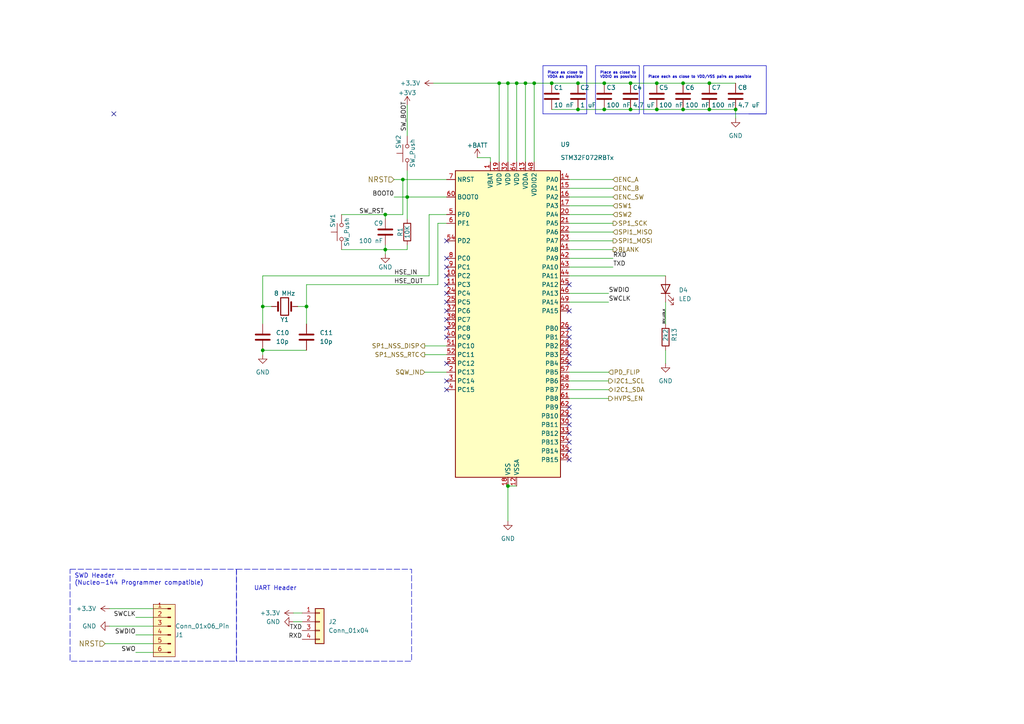
<source format=kicad_sch>
(kicad_sch (version 20230121) (generator eeschema)
  (paper "A4")
  (lib_symbols
    (symbol "Connector:Conn_01x06_Pin" (pin_names (offset 1.016) hide)
      (property "Reference" "J4" (at -1.27 -2.54 0))
      (property "Value" "Conn_01x06_Pin" (at -1.27 0 0))
      (symbol "Conn_01x06_Pin_1_1"
        (rectangle (start -1.27 6.35) (end 5.08 -8.89) (fill (type background)))
        (polyline (pts (xy 1.27 -7.62) (xy 0.8636 -7.62)) (stroke (width 0.1524)))
        (polyline (pts (xy 1.27 -5.08) (xy 0.8636 -5.08)) (stroke (width 0.1524)))
        (polyline (pts (xy 1.27 -2.54) (xy 0.8636 -2.54)) (stroke (width 0.1524)))
        (polyline (pts (xy 1.27 0) (xy 0.8636 0)) (stroke (width 0.1524)))
        (polyline (pts (xy 1.27 2.54) (xy 0.8636 2.54)) (stroke (width 0.1524)))
        (polyline (pts (xy 1.27 5.08) (xy 0.8636 5.08)) (stroke (width 0.1524)))
        (rectangle (start 0.8636 -7.493) (end 0 -7.747) (stroke (width 0.1524)) (fill (type outline)))
        (rectangle (start 0.8636 -4.953) (end 0 -5.207) (stroke (width 0.1524)) (fill (type outline)))
        (rectangle (start 0.8636 -2.413) (end 0 -2.667) (stroke (width 0.1524)) (fill (type outline)))
        (rectangle (start 0.8636 0.127) (end 0 -0.127) (stroke (width 0.1524)) (fill (type outline)))
        (rectangle (start 0.8636 2.667) (end 0 2.413) (stroke (width 0.1524)) (fill (type outline)))
        (rectangle (start 0.8636 5.207) (end 0 4.953) (stroke (width 0.1524)) (fill (type outline)))
        (rectangle (start 5.08 -1.27) (end 5.08 -1.27))
        (pin passive line (at 5.08 5.08 180) (length 3.81) (name "Pin_1") (number "1"))
        (pin passive line (at 5.08 2.54 180) (length 3.81) (name "Pin_2") (number "2"))
        (pin passive line (at 5.08 0 180) (length 3.81) (name "Pin_3") (number "3"))
        (pin passive line (at 5.08 -2.54 180) (length 3.81) (name "Pin_4") (number "4"))
        (pin passive line (at 5.08 -5.08 180) (length 3.81) (name "Pin_5") (number "5"))
        (pin passive line (at 5.08 -7.62 180) (length 3.81) (name "Pin_6") (number "6"))
      )
    )
    (symbol "Connector_Generic:Conn_01x04" (pin_names (offset 1.016) hide)
      (property "Reference" "J" (at 0 5.08 0))
      (property "Value" "Conn_01x04" (at 0 -7.62 0))
      (symbol "Conn_01x04_1_1"
        (rectangle (start -1.27 -4.953) (end 0 -5.207) (stroke (width 0.1524)))
        (rectangle (start -1.27 -2.413) (end 0 -2.667) (stroke (width 0.1524)))
        (rectangle (start -1.27 0.127) (end 0 -0.127) (stroke (width 0.1524)))
        (rectangle (start -1.27 2.667) (end 0 2.413) (stroke (width 0.1524)))
        (rectangle (start -1.27 3.81) (end 1.27 -6.35) (stroke (width 0.254)) (fill (type background)))
        (pin passive line (at -5.08 2.54 0) (length 3.81) (name "Pin_1") (number "1"))
        (pin passive line (at -5.08 0 0) (length 3.81) (name "Pin_2") (number "2"))
        (pin passive line (at -5.08 -2.54 0) (length 3.81) (name "Pin_3") (number "3"))
        (pin passive line (at -5.08 -5.08 0) (length 3.81) (name "Pin_4") (number "4"))
      )
    )
    (symbol "Device:C" (pin_numbers hide) (pin_names (offset 0.254))
      (property "Reference" "C" (at 0.635 2.54 0))
      (property "Value" "C" (at 0.635 -2.54 0))
      (symbol "C_0_1"
        (polyline (pts (xy -2.032 -0.762) (xy 2.032 -0.762)) (stroke (width 0.508)))
        (polyline (pts (xy -2.032 0.762) (xy 2.032 0.762)) (stroke (width 0.508)))
      )
      (symbol "C_1_1"
        (pin passive line (at 0 3.81 270) (length 2.794) (name "~") (number "1"))
        (pin passive line (at 0 -3.81 90) (length 2.794) (name "~") (number "2"))
      )
    )
    (symbol "Device:Crystal" (pin_numbers hide) (pin_names (offset 1.016) hide)
      (property "Reference" "Y" (at 0 3.81 0))
      (property "Value" "Crystal" (at 0 -3.81 0))
      (symbol "Crystal_0_1"
        (rectangle (start -1.143 2.54) (end 1.143 -2.54) (stroke (width 0.3048)))
        (polyline (pts (xy -2.54 0) (xy -1.905 0)))
        (polyline (pts (xy -1.905 -1.27) (xy -1.905 1.27)) (stroke (width 0.508)))
        (polyline (pts (xy 1.905 -1.27) (xy 1.905 1.27)) (stroke (width 0.508)))
        (polyline (pts (xy 2.54 0) (xy 1.905 0)))
      )
      (symbol "Crystal_1_1"
        (pin passive line (at -3.81 0 0) (length 1.27) (name "1") (number "1"))
        (pin passive line (at 3.81 0 180) (length 1.27) (name "2") (number "2"))
      )
    )
    (symbol "Device:LED" (pin_numbers hide) (pin_names (offset 1.016) hide)
      (property "Reference" "D" (at 0 2.54 0))
      (property "Value" "LED" (at 0 -2.54 0))
      (symbol "LED_0_1"
        (polyline (pts (xy -1.27 -1.27) (xy -1.27 1.27)) (stroke (width 0.254)))
        (polyline (pts (xy -1.27 0) (xy 1.27 0)))
        (polyline (pts (xy 1.27 -1.27) (xy 1.27 1.27) (xy -1.27 0) (xy 1.27 -1.27)) (stroke (width 0.254)))
        (polyline (pts (xy -3.048 -0.762) (xy -4.572 -2.286) (xy -3.81 -2.286) (xy -4.572 -2.286) (xy -4.572 -1.524)))
        (polyline (pts (xy -1.778 -0.762) (xy -3.302 -2.286) (xy -2.54 -2.286) (xy -3.302 -2.286) (xy -3.302 -1.524)))
      )
      (symbol "LED_1_1"
        (pin passive line (at -3.81 0 0) (length 2.54) (name "K") (number "1"))
        (pin passive line (at 3.81 0 180) (length 2.54) (name "A") (number "2"))
      )
    )
    (symbol "Device:R" (pin_numbers hide) (pin_names (offset 0))
      (property "Reference" "R" (at 2.032 0 90))
      (property "Value" "R" (at 0 0 90))
      (symbol "R_0_1"
        (rectangle (start -1.016 -2.54) (end 1.016 2.54) (stroke (width 0.254)))
      )
      (symbol "R_1_1"
        (pin passive line (at 0 3.81 270) (length 1.27) (name "~") (number "1"))
        (pin passive line (at 0 -3.81 90) (length 1.27) (name "~") (number "2"))
      )
    )
    (symbol "MCU_ST_STM32F0:STM32F072RBTx"
      (property "Reference" "U" (at -15.24 46.99 0))
      (property "Value" "STM32F072RBTx" (at 10.16 46.99 0))
      (symbol "STM32F072RBTx_0_1"
        (rectangle (start -15.24 -43.18) (end 15.24 45.72) (stroke (width 0.254)) (fill (type background)))
      )
      (symbol "STM32F072RBTx_1_1"
        (pin power_in line (at -5.08 48.26 270) (length 2.54) (name "VBAT") (number "1"))
        (pin bidirectional line (at -17.78 15.24 0) (length 2.54) (name "PC2") (number "10"))
        (pin bidirectional line (at -17.78 12.7 0) (length 2.54) (name "PC3") (number "11"))
        (pin power_in line (at 2.54 -45.72 90) (length 2.54) (name "VSSA") (number "12"))
        (pin power_in line (at 5.08 48.26 270) (length 2.54) (name "VDDA") (number "13"))
        (pin bidirectional line (at 17.78 43.18 180) (length 2.54) (name "PA0") (number "14"))
        (pin bidirectional line (at 17.78 40.64 180) (length 2.54) (name "PA1") (number "15"))
        (pin bidirectional line (at 17.78 38.1 180) (length 2.54) (name "PA2") (number "16"))
        (pin bidirectional line (at 17.78 35.56 180) (length 2.54) (name "PA3") (number "17"))
        (pin power_in line (at 0 -45.72 90) (length 2.54) (name "VSS") (number "18"))
        (pin power_in line (at -2.54 48.26 270) (length 2.54) (name "VDD") (number "19"))
        (pin bidirectional line (at -17.78 -12.7 0) (length 2.54) (name "PC13") (number "2"))
        (pin bidirectional line (at 17.78 33.02 180) (length 2.54) (name "PA4") (number "20"))
        (pin bidirectional line (at 17.78 30.48 180) (length 2.54) (name "PA5") (number "21"))
        (pin bidirectional line (at 17.78 27.94 180) (length 2.54) (name "PA6") (number "22"))
        (pin bidirectional line (at 17.78 25.4 180) (length 2.54) (name "PA7") (number "23"))
        (pin bidirectional line (at -17.78 10.16 0) (length 2.54) (name "PC4") (number "24"))
        (pin bidirectional line (at -17.78 7.62 0) (length 2.54) (name "PC5") (number "25"))
        (pin bidirectional line (at 17.78 0 180) (length 2.54) (name "PB0") (number "26"))
        (pin bidirectional line (at 17.78 -2.54 180) (length 2.54) (name "PB1") (number "27"))
        (pin bidirectional line (at 17.78 -5.08 180) (length 2.54) (name "PB2") (number "28"))
        (pin bidirectional line (at 17.78 -25.4 180) (length 2.54) (name "PB10") (number "29"))
        (pin bidirectional line (at -17.78 -15.24 0) (length 2.54) (name "PC14") (number "3"))
        (pin bidirectional line (at 17.78 -27.94 180) (length 2.54) (name "PB11") (number "30"))
        (pin passive line (at 0 -45.72 90) (length 2.54) hide (name "VSS") (number "31"))
        (pin power_in line (at 0 48.26 270) (length 2.54) (name "VDD") (number "32"))
        (pin bidirectional line (at 17.78 -30.48 180) (length 2.54) (name "PB12") (number "33"))
        (pin bidirectional line (at 17.78 -33.02 180) (length 2.54) (name "PB13") (number "34"))
        (pin bidirectional line (at 17.78 -35.56 180) (length 2.54) (name "PB14") (number "35"))
        (pin bidirectional line (at 17.78 -38.1 180) (length 2.54) (name "PB15") (number "36"))
        (pin bidirectional line (at -17.78 5.08 0) (length 2.54) (name "PC6") (number "37"))
        (pin bidirectional line (at -17.78 2.54 0) (length 2.54) (name "PC7") (number "38"))
        (pin bidirectional line (at -17.78 0 0) (length 2.54) (name "PC8") (number "39"))
        (pin bidirectional line (at -17.78 -17.78 0) (length 2.54) (name "PC15") (number "4"))
        (pin bidirectional line (at -17.78 -2.54 0) (length 2.54) (name "PC9") (number "40"))
        (pin bidirectional line (at 17.78 22.86 180) (length 2.54) (name "PA8") (number "41"))
        (pin bidirectional line (at 17.78 20.32 180) (length 2.54) (name "PA9") (number "42"))
        (pin bidirectional line (at 17.78 17.78 180) (length 2.54) (name "PA10") (number "43"))
        (pin bidirectional line (at 17.78 15.24 180) (length 2.54) (name "PA11") (number "44"))
        (pin bidirectional line (at 17.78 12.7 180) (length 2.54) (name "PA12") (number "45"))
        (pin bidirectional line (at 17.78 10.16 180) (length 2.54) (name "PA13") (number "46"))
        (pin passive line (at 0 -45.72 90) (length 2.54) hide (name "VSS") (number "47"))
        (pin power_in line (at 7.62 48.26 270) (length 2.54) (name "VDDIO2") (number "48"))
        (pin bidirectional line (at 17.78 7.62 180) (length 2.54) (name "PA14") (number "49"))
        (pin bidirectional line (at -17.78 33.02 0) (length 2.54) (name "PF0") (number "5"))
        (pin bidirectional line (at 17.78 5.08 180) (length 2.54) (name "PA15") (number "50"))
        (pin bidirectional line (at -17.78 -5.08 0) (length 2.54) (name "PC10") (number "51"))
        (pin bidirectional line (at -17.78 -7.62 0) (length 2.54) (name "PC11") (number "52"))
        (pin bidirectional line (at -17.78 -10.16 0) (length 2.54) (name "PC12") (number "53"))
        (pin bidirectional line (at -17.78 25.4 0) (length 2.54) (name "PD2") (number "54"))
        (pin bidirectional line (at 17.78 -7.62 180) (length 2.54) (name "PB3") (number "55"))
        (pin bidirectional line (at 17.78 -10.16 180) (length 2.54) (name "PB4") (number "56"))
        (pin bidirectional line (at 17.78 -12.7 180) (length 2.54) (name "PB5") (number "57"))
        (pin bidirectional line (at 17.78 -15.24 180) (length 2.54) (name "PB6") (number "58"))
        (pin bidirectional line (at 17.78 -17.78 180) (length 2.54) (name "PB7") (number "59"))
        (pin bidirectional line (at -17.78 30.48 0) (length 2.54) (name "PF1") (number "6"))
        (pin input line (at -17.78 38.1 0) (length 2.54) (name "BOOT0") (number "60"))
        (pin bidirectional line (at 17.78 -20.32 180) (length 2.54) (name "PB8") (number "61"))
        (pin bidirectional line (at 17.78 -22.86 180) (length 2.54) (name "PB9") (number "62"))
        (pin passive line (at 0 -45.72 90) (length 2.54) hide (name "VSS") (number "63"))
        (pin power_in line (at 2.54 48.26 270) (length 2.54) (name "VDD") (number "64"))
        (pin input line (at -17.78 43.18 0) (length 2.54) (name "NRST") (number "7"))
        (pin bidirectional line (at -17.78 20.32 0) (length 2.54) (name "PC0") (number "8"))
        (pin bidirectional line (at -17.78 17.78 0) (length 2.54) (name "PC1") (number "9"))
      )
    )
    (symbol "Switch:SW_Push" (pin_numbers hide) (pin_names (offset 1.016) hide)
      (property "Reference" "SW" (at 1.27 2.54 0))
      (property "Value" "SW_Push" (at 0 -1.524 0))
      (symbol "SW_Push_0_1"
        (circle (center -2.032 0) (radius 0.508))
        (polyline (pts (xy 0 1.27) (xy 0 3.048)))
        (polyline (pts (xy 2.54 1.27) (xy -2.54 1.27)))
        (circle (center 2.032 0) (radius 0.508))
        (pin passive line (at -5.08 0 0) (length 2.54) (name "1") (number "1"))
        (pin passive line (at 5.08 0 180) (length 2.54) (name "2") (number "2"))
      )
    )
    (symbol "TubeClock-rescue:+3.3V-power" (power) (pin_names (offset 0))
      (property "Value" "+3.3V-power" (at 0 3.556 0))
      (symbol "+3.3V-power_0_1"
        (polyline (pts (xy -0.762 1.27) (xy 0 2.54)))
        (polyline (pts (xy 0 0) (xy 0 2.54)))
        (polyline (pts (xy 0 2.54) (xy 0.762 1.27)))
      )
      (symbol "+3.3V-power_1_1"
        (pin power_in line (at 0 0 90) (length 0) hide (name "+3V3") (number "1"))
      )
    )
    (symbol "power:+3.3V" (power) (pin_names (offset 0))
      (property "Value" "+3.3V" (at 0 3.556 0))
      (symbol "+3.3V_0_1"
        (polyline (pts (xy -0.762 1.27) (xy 0 2.54)))
        (polyline (pts (xy 0 0) (xy 0 2.54)))
        (polyline (pts (xy 0 2.54) (xy 0.762 1.27)))
      )
      (symbol "+3.3V_1_1"
        (pin power_in line (at 0 0 90) (length 0) hide (name "+3.3V") (number "1"))
      )
    )
    (symbol "power:+BATT" (power) (pin_names (offset 0))
      (property "Value" "+BATT" (at 0 3.556 0))
      (symbol "+BATT_0_1"
        (polyline (pts (xy -0.762 1.27) (xy 0 2.54)))
        (polyline (pts (xy 0 0) (xy 0 2.54)))
        (polyline (pts (xy 0 2.54) (xy 0.762 1.27)))
      )
      (symbol "+BATT_1_1"
        (pin power_in line (at 0 0 90) (length 0) hide (name "+BATT") (number "1"))
      )
    )
    (symbol "power:GND" (power) (pin_names (offset 0))
      (property "Value" "GND" (at 0 -3.81 0))
      (symbol "GND_0_1"
        (polyline (pts (xy 0 0) (xy 0 -1.27) (xy 1.27 -1.27) (xy 0 -2.54) (xy -1.27 -1.27) (xy 0 -1.27)))
      )
      (symbol "GND_1_1"
        (pin power_in line (at 0 0 270) (length 0) hide (name "GND") (number "1"))
      )
    )
  )
  (junction (at 152.4 24.13))
  (junction (at 154.94 24.13))
  (junction (at 190.5 31.75))
  (junction (at 76.2 88.9))
  (junction (at 167.64 31.75))
  (junction (at 205.74 24.13))
  (junction (at 205.74 31.75))
  (junction (at 144.78 24.13))
  (junction (at 149.86 24.13))
  (junction (at 213.36 31.75))
  (junction (at 116.84 52.07))
  (junction (at 175.26 31.75))
  (junction (at 111.76 72.39))
  (junction (at 111.76 62.23))
  (junction (at 160.02 24.13))
  (junction (at 198.12 31.75))
  (junction (at 88.9 88.9))
  (junction (at 167.64 24.13))
  (junction (at 182.88 31.75))
  (junction (at 147.32 140.97))
  (junction (at 147.32 24.13))
  (junction (at 118.11 57.15))
  (junction (at 182.88 24.13))
  (junction (at 175.26 24.13))
  (junction (at 76.2 101.6))
  (junction (at 190.5 24.13))
  (junction (at 198.12 24.13))
  (no_connect (at 129.54 95.25))
  (no_connect (at 165.1 128.27))
  (no_connect (at 129.54 90.17))
  (no_connect (at 129.54 85.09))
  (no_connect (at 33.02 33.02))
  (no_connect (at 129.54 69.85))
  (no_connect (at 165.1 118.11))
  (no_connect (at 129.54 105.41))
  (no_connect (at 165.1 100.33))
  (no_connect (at 129.54 80.01))
  (no_connect (at 129.54 87.63))
  (no_connect (at 165.1 123.19))
  (no_connect (at 165.1 105.41))
  (no_connect (at 129.54 82.55))
  (no_connect (at 129.54 113.03))
  (no_connect (at 165.1 102.87))
  (no_connect (at 129.54 97.79))
  (no_connect (at 165.1 130.81))
  (no_connect (at 165.1 125.73))
  (no_connect (at 129.54 92.71))
  (no_connect (at 129.54 77.47))
  (no_connect (at 165.1 97.79))
  (no_connect (at 165.1 82.55))
  (no_connect (at 129.54 110.49))
  (no_connect (at 129.54 74.93))
  (no_connect (at 165.1 95.25))
  (no_connect (at 165.1 90.17))
  (no_connect (at 165.1 120.65))
  (no_connect (at 165.1 133.35))
  (polyline (pts (xy 217.17 33.02) (xy 222.25 33.02)))
  (wire (pts (xy 176.53 85.09) (xy 165.1 85.09)))
  (wire (pts (xy 149.86 24.13) (xy 149.86 46.99)))
  (wire (pts (xy 129.54 62.23) (xy 124.46 62.23)))
  (wire (pts (xy 175.26 24.13) (xy 182.88 24.13)))
  (wire (pts (xy 88.9 82.55) (xy 88.9 88.9)))
  (wire (pts (xy 31.75 176.53) (xy 44.45 176.53)))
  (wire (pts (xy 165.1 57.15) (xy 177.8 57.15)))
  (wire (pts (xy 198.12 24.13) (xy 205.74 24.13)))
  (wire (pts (xy 152.4 24.13) (xy 154.94 24.13)))
  (polyline (pts (xy 185.42 19.05) (xy 172.72 19.05)))
  (wire (pts (xy 213.36 34.29) (xy 213.36 31.75)))
  (wire (pts (xy 118.11 72.39) (xy 118.11 71.12)))
  (wire (pts (xy 147.32 24.13) (xy 147.32 46.99)))
  (wire (pts (xy 114.3 57.15) (xy 118.11 57.15)))
  (wire (pts (xy 88.9 82.55) (xy 127 82.55)))
  (wire (pts (xy 165.1 74.93) (xy 177.8 74.93)))
  (wire (pts (xy 165.1 62.23) (xy 177.8 62.23)))
  (wire (pts (xy 147.32 140.97) (xy 149.86 140.97)))
  (polyline (pts (xy 172.72 33.02) (xy 185.42 33.02)))
  (wire (pts (xy 116.84 52.07) (xy 129.54 52.07)))
  (polyline (pts (xy 186.69 19.05) (xy 186.69 33.02)))
  (wire (pts (xy 165.1 87.63) (xy 176.53 87.63)))
  (wire (pts (xy 167.64 24.13) (xy 175.26 24.13)))
  (wire (pts (xy 165.1 107.95) (xy 176.53 107.95)))
  (wire (pts (xy 205.74 24.13) (xy 213.36 24.13)))
  (wire (pts (xy 31.75 181.61) (xy 44.45 181.61)))
  (wire (pts (xy 160.02 31.75) (xy 167.64 31.75)))
  (wire (pts (xy 160.02 24.13) (xy 167.64 24.13)))
  (wire (pts (xy 182.88 24.13) (xy 190.5 24.13)))
  (polyline (pts (xy 170.18 33.02) (xy 170.18 19.05)))
  (wire (pts (xy 165.1 113.03) (xy 176.53 113.03)))
  (wire (pts (xy 165.1 67.31) (xy 177.8 67.31)))
  (wire (pts (xy 167.64 31.75) (xy 175.26 31.75)))
  (wire (pts (xy 142.24 45.72) (xy 142.24 46.99)))
  (wire (pts (xy 124.46 62.23) (xy 124.46 80.01)))
  (wire (pts (xy 85.09 180.34) (xy 87.63 180.34)))
  (wire (pts (xy 118.11 30.48) (xy 118.11 39.37)))
  (wire (pts (xy 39.37 179.07) (xy 44.45 179.07)))
  (wire (pts (xy 39.37 189.23) (xy 44.45 189.23)))
  (polyline (pts (xy 222.25 19.05) (xy 186.69 19.05)))
  (wire (pts (xy 149.86 24.13) (xy 152.4 24.13)))
  (wire (pts (xy 190.5 24.13) (xy 198.12 24.13)))
  (wire (pts (xy 165.1 69.85) (xy 177.8 69.85)))
  (wire (pts (xy 147.32 140.97) (xy 147.32 151.13)))
  (wire (pts (xy 116.84 52.07) (xy 114.3 52.07)))
  (wire (pts (xy 154.94 24.13) (xy 154.94 46.99)))
  (wire (pts (xy 30.48 186.69) (xy 44.45 186.69)))
  (wire (pts (xy 86.36 88.9) (xy 88.9 88.9)))
  (wire (pts (xy 165.1 115.57) (xy 176.53 115.57)))
  (wire (pts (xy 118.11 49.53) (xy 118.11 57.15)))
  (wire (pts (xy 99.06 72.39) (xy 111.76 72.39)))
  (wire (pts (xy 111.76 72.39) (xy 111.76 73.66)))
  (wire (pts (xy 165.1 110.49) (xy 176.53 110.49)))
  (wire (pts (xy 123.19 107.95) (xy 129.54 107.95)))
  (wire (pts (xy 165.1 72.39) (xy 177.8 72.39)))
  (wire (pts (xy 165.1 52.07) (xy 177.8 52.07)))
  (wire (pts (xy 76.2 80.01) (xy 76.2 88.9)))
  (wire (pts (xy 116.84 62.23) (xy 116.84 52.07)))
  (wire (pts (xy 127 82.55) (xy 127 64.77)))
  (wire (pts (xy 193.04 105.41) (xy 193.04 101.6)))
  (wire (pts (xy 165.1 59.69) (xy 177.8 59.69)))
  (wire (pts (xy 190.5 31.75) (xy 198.12 31.75)))
  (wire (pts (xy 76.2 88.9) (xy 78.74 88.9)))
  (polyline (pts (xy 172.72 19.05) (xy 172.72 33.02)))
  (wire (pts (xy 118.11 57.15) (xy 129.54 57.15)))
  (wire (pts (xy 147.32 24.13) (xy 149.86 24.13)))
  (wire (pts (xy 76.2 101.6) (xy 88.9 101.6)))
  (wire (pts (xy 76.2 102.87) (xy 76.2 101.6)))
  (wire (pts (xy 118.11 57.15) (xy 118.11 63.5)))
  (wire (pts (xy 111.76 62.23) (xy 116.84 62.23)))
  (wire (pts (xy 175.26 31.75) (xy 182.88 31.75)))
  (wire (pts (xy 76.2 88.9) (xy 76.2 93.98)))
  (wire (pts (xy 125.73 24.13) (xy 144.78 24.13)))
  (wire (pts (xy 138.43 45.72) (xy 142.24 45.72)))
  (wire (pts (xy 205.74 31.75) (xy 213.36 31.75)))
  (wire (pts (xy 123.19 102.87) (xy 129.54 102.87)))
  (wire (pts (xy 165.1 54.61) (xy 177.8 54.61)))
  (polyline (pts (xy 185.42 33.02) (xy 185.42 19.05)))
  (polyline (pts (xy 222.25 19.05) (xy 222.25 33.02)))
  (wire (pts (xy 39.37 184.15) (xy 44.45 184.15)))
  (wire (pts (xy 127 64.77) (xy 129.54 64.77)))
  (wire (pts (xy 85.09 177.8) (xy 87.63 177.8)))
  (wire (pts (xy 193.04 93.98) (xy 193.04 87.63)))
  (wire (pts (xy 144.78 24.13) (xy 147.32 24.13)))
  (polyline (pts (xy 170.18 19.05) (xy 157.48 19.05)))
  (wire (pts (xy 144.78 24.13) (xy 144.78 46.99)))
  (wire (pts (xy 198.12 31.75) (xy 205.74 31.75)))
  (wire (pts (xy 177.8 64.77) (xy 165.1 64.77)))
  (wire (pts (xy 111.76 63.5) (xy 111.76 62.23)))
  (polyline (pts (xy 186.69 33.02) (xy 222.25 33.02)))
  (wire (pts (xy 111.76 72.39) (xy 118.11 72.39)))
  (wire (pts (xy 165.1 80.01) (xy 193.04 80.01)))
  (wire (pts (xy 99.06 62.23) (xy 111.76 62.23)))
  (wire (pts (xy 88.9 88.9) (xy 88.9 93.98)))
  (wire (pts (xy 123.19 100.33) (xy 129.54 100.33)))
  (wire (pts (xy 182.88 31.75) (xy 190.5 31.75)))
  (wire (pts (xy 76.2 80.01) (xy 124.46 80.01)))
  (polyline (pts (xy 157.48 19.05) (xy 157.48 33.02)))
  (wire (pts (xy 152.4 24.13) (xy 152.4 46.99)))
  (wire (pts (xy 154.94 24.13) (xy 160.02 24.13)))
  (polyline (pts (xy 157.48 33.02) (xy 170.18 33.02)))
  (wire (pts (xy 177.8 77.47) (xy 165.1 77.47)))
  (wire (pts (xy 111.76 71.12) (xy 111.76 72.39)))
  (rectangle (start 68.58 165.1) (end 119.38 191.77) (stroke (width 0) (type dash)))
  (rectangle (start 20.32 165.1) (end 68.58 191.77) (stroke (width 0) (type dash)))
  (text "SWD Header \n(Nucleo-144 Programmer compatible)\n\n\n" (at 21.59 173.99 0) (effects (font (size 1.27 1.27)) (justify left bottom)))
  (text "Place each as close to VDD/VSS pairs as possible" (at 187.96 22.86 0) (effects (font (size 0.762 0.762)) (justify left bottom)))
  (text "Place as close to\nVDDA as possible" (at 158.75 22.86 0) (effects (font (size 0.762 0.762)) (justify left bottom)))
  (text "UART Header\n" (at 73.66 171.45 0) (effects (font (size 1.27 1.27)) (justify left bottom)))
  (text "Place as close to\nVDDIO as possible" (at 173.99 22.86 0) (effects (font (size 0.762 0.762)) (justify left bottom)))
  (label "BOOT0" (at 114.3 57.15 180))
  (label "SWO" (at 39.37 189.23 180))
  (label "SWDIO" (at 176.53 85.09 0))
  (label "SW_BOOT" (at 118.11 38.1 90))
  (label "SWDIO" (at 39.37 184.15 180))
  (label "TXD" (at 177.8 77.47 0))
  (label "HSE_IN" (at 114.3 80.01 0))
  (label "DEV_LED_K" (at 193.04 93.98 90) (effects (font (size 0.54 0.54))))
  (label "TXD" (at 87.63 182.88 180))
  (label "RXD" (at 87.63 185.42 180))
  (label "SW_RST" (at 104.14 62.23 0))
  (label "SWCLK" (at 176.53 87.63 0))
  (label "SWCLK" (at 39.37 179.07 180))
  (label "HSE_OUT" (at 114.3 82.55 0))
  (label "RXD" (at 177.8 74.93 0))
  (hierarchical_label "NRST" (shape input) (at 30.48 186.69 180) (effects (font (size 1.524 1.524))))
  (hierarchical_label "SW2" (shape input) (at 177.8 62.23 0))
  (hierarchical_label "HVPS_EN" (shape output) (at 176.53 115.57 0))
  (hierarchical_label "SPI1_MOSI" (shape output) (at 177.8 69.85 0))
  (hierarchical_label "SPI1_MISO" (shape input) (at 177.8 67.31 0))
  (hierarchical_label "ENC_SW" (shape input) (at 177.8 57.15 0))
  (hierarchical_label "BLANK" (shape output) (at 177.8 72.39 0))
  (hierarchical_label "SQW_IN" (shape input) (at 123.19 107.95 180))
  (hierarchical_label "SP1_NSS_DISP" (shape output) (at 123.19 100.33 180))
  (hierarchical_label "SW1" (shape input) (at 177.8 59.69 0))
  (hierarchical_label "I2C1_SDA" (shape bidirectional) (at 176.53 113.03 0))
  (hierarchical_label "PD_FLIP" (shape input) (at 176.53 107.95 0))
  (hierarchical_label "NRST" (shape input) (at 114.3 52.07 180) (effects (font (size 1.524 1.524))))
  (hierarchical_label "SP1_SCK" (shape output) (at 177.8 64.77 0))
  (hierarchical_label "I2C1_SCL" (shape output) (at 176.53 110.49 0))
  (hierarchical_label "SP1_NSS_RTC" (shape output) (at 123.19 102.87 180))
  (hierarchical_label "ENC_A" (shape input) (at 177.8 52.07 0))
  (hierarchical_label "ENC_B" (shape input) (at 177.8 54.61 0))
  (symbol (lib_id "Switch:SW_Push") (at 118.11 44.45 90) (unit 1)
    (property "Reference" "SW2" (at 115.57 43.18 0) (effects (justify left)))
    (property "Value" "SW_Push" (at 119.634 44.45 0))
    (property "Footprint" "Button_Switch_SMD:SW_Push_1P1T_NO_CK_KMR2" (effects hide))
    (property "Datasheet" "https://www.ckswitches.com/media/1479/kmr2.pdf" (effects hide))
    (property "Part Number" "KMR221G LFS" (effects hide))
    (instances (project "nixie_clock" (path "" (reference "SW2") (unit 1))) (project "TubeClock" (path "" (reference "SW?") (unit 1)) (path "" (reference "SW1") (unit 1)) (path "" (reference "SW?") (unit 1)) (path "" (reference "SW?") (unit 1))))
  )
  (symbol (lib_id "power:+BATT") (at 138.43 45.72 0) (unit 1)
    (property "Reference" "#PWR07" (effects hide))
    (property "Value" "+BATT" (at 138.43 42.164 0))
    (instances (project "nixie_clock" (path "" (reference "#PWR07") (unit 1))) (project "TubeClock" (path "" (reference "#PWR035") (unit 1))))
  )
  (symbol (lib_id "power:GND") (at 111.76 73.66 0) (unit 1)
    (property "Reference" "#PWR05" (effects hide))
    (property "Value" "GND" (at 111.76 77.47 0))
    (instances (project "nixie_clock" (path "" (reference "#PWR05") (unit 1))) (project "TubeClock" (path "" (reference "#PWR036") (unit 1))))
  )
  (symbol (lib_id "power:+3.3V") (at 125.73 24.13 90) (unit 1)
    (property "Reference" "#PWR01" (effects hide))
    (property "Value" "+3.3V" (at 121.92 24.13 90) (effects (justify left)))
  )
  (symbol (lib_id "Device:C") (at 213.36 27.94 0) (unit 1)
    (property "Reference" "C8" (at 213.995 25.4 0) (effects (justify left)))
    (property "Value" "4.7 uF" (at 213.995 30.48 0) (effects (justify left)))
    (property "Footprint" "Capacitor_SMD:C_0603_1608Metric_Pad1.08x0.95mm_HandSolder" (effects hide))
    (instances (project "nixie_clock" (path "" (reference "C8") (unit 1))) (project "TubeClock" (path "" (reference "C20") (unit 1))))
  )
  (symbol (lib_id "Device:C") (at 182.88 27.94 0) (unit 1)
    (property "Reference" "C4" (at 183.515 25.4 0) (effects (justify left)))
    (property "Value" "4.7 uF" (at 183.515 30.48 0) (effects (justify left)))
    (property "Footprint" "Capacitor_SMD:C_0603_1608Metric_Pad1.08x0.95mm_HandSolder" (effects hide))
    (instances (project "nixie_clock" (path "" (reference "C4") (unit 1))) (project "TubeClock" (path "" (reference "C16") (unit 1))))
  )
  (symbol (lib_id "TubeClock-rescue:+3.3V-power") (at 118.11 30.48 0) (unit 1)
    (property "Reference" "#PWR06" (effects hide))
    (property "Value" "+3.3V" (at 118.11 26.924 0))
    (instances (project "nixie_clock" (path "" (reference "#PWR06") (unit 1))) (project "TubeClock" (path "" (reference "#PWR034") (unit 1))))
  )
  (symbol (lib_id "Device:C") (at 190.5 27.94 0) (unit 1)
    (property "Reference" "C5" (at 191.135 25.4 0) (effects (justify left)))
    (property "Value" "100 nF" (at 191.135 30.48 0) (effects (justify left)))
    (property "Footprint" "Capacitor_SMD:C_0603_1608Metric_Pad1.08x0.95mm_HandSolder" (effects hide))
    (instances (project "nixie_clock" (path "" (reference "C5") (unit 1))) (project "TubeClock" (path "" (reference "C17") (unit 1))))
  )
  (symbol (lib_id "power:GND") (at 76.2 102.87 0) (unit 1)
    (property "Reference" "#PWR04" (effects hide))
    (property "Value" "GND" (at 76.2 107.95 0))
  )
  (symbol (lib_id "power:GND") (at 193.04 105.41 0) (unit 1)
    (property "Reference" "#PWR012" (effects hide))
    (property "Value" "GND" (at 193.04 110.49 0))
  )
  (symbol (lib_id "Device:R") (at 193.04 97.79 0) (unit 1)
    (property "Reference" "R13" (at 195.58 99.06 90) (effects (justify left)))
    (property "Value" "2k2" (at 193.04 99.06 90) (effects (justify left)))
    (property "Footprint" "Resistor_SMD:R_0603_1608Metric_Pad0.98x0.95mm_HandSolder" (effects hide))
    (instances (project "nixie_clock" (path "" (reference "R13") (unit 1)) (path "" (reference "R29") (unit 1))))
  )
  (symbol (lib_id "Connector_Generic:Conn_01x04") (at 92.71 180.34 0) (unit 1)
    (property "Reference" "J2" (at 95.25 180.34 0) (effects (justify left)))
    (property "Value" "Conn_01x04" (at 95.25 182.88 0) (effects (justify left)))
    (property "Footprint" "Connector_PinHeader_2.54mm:PinHeader_1x04_P2.54mm_Vertical" (effects hide))
  )
  (symbol (lib_id "Device:C") (at 198.12 27.94 0) (unit 1)
    (property "Reference" "C6" (at 198.755 25.4 0) (effects (justify left)))
    (property "Value" "100 nF" (at 198.755 30.48 0) (effects (justify left)))
    (property "Footprint" "Capacitor_SMD:C_0603_1608Metric_Pad1.08x0.95mm_HandSolder" (effects hide))
    (instances (project "nixie_clock" (path "" (reference "C6") (unit 1))) (project "TubeClock" (path "" (reference "C18") (unit 1))))
  )
  (symbol (lib_id "power:GND") (at 31.75 181.61 270) (unit 1)
    (property "Reference" "#PWR030" (effects hide))
    (property "Value" "GND" (at 27.94 181.61 90) (effects (justify right)))
  )
  (symbol (lib_id "power:GND") (at 213.36 34.29 0) (unit 1)
    (property "Reference" "#PWR02" (effects hide))
    (property "Value" "GND" (at 213.36 39.37 0))
  )
  (symbol (lib_id "power:+3.3V") (at 31.75 176.53 90) (unit 1)
    (property "Reference" "#PWR020" (effects hide))
    (property "Value" "+3.3V" (at 27.94 176.53 90) (effects (justify left)))
  )
  (symbol (lib_id "Device:C") (at 160.02 27.94 0) (unit 1)
    (property "Reference" "C1" (at 160.655 25.4 0) (effects (justify left)))
    (property "Value" "10 nF" (at 160.655 30.48 0) (effects (justify left)))
    (property "Footprint" "Capacitor_SMD:C_0603_1608Metric_Pad1.08x0.95mm_HandSolder" (effects hide))
    (instances (project "nixie_clock" (path "" (reference "C1") (unit 1))) (project "TubeClock" (path "" (reference "C13") (unit 1))))
  )
  (symbol (lib_id "Device:Crystal") (at 82.55 88.9 180) (unit 1)
    (property "Reference" "Y1" (at 82.55 92.71 0))
    (property "Value" "8 MHz" (at 82.55 85.09 0))
    (property "Footprint" "Crystal:Crystal_SMD_5032-4Pin_5.0x3.2mm" (effects hide))
    (property "Datasheet" "http://www.abracon.com/Resonators/abm3b.pdf" (effects hide))
    (property "Part Number" "ABM3B-8.000MHZ-10-1UT" (effects hide))
  )
  (symbol (lib_id "Device:C") (at 205.74 27.94 0) (unit 1)
    (property "Reference" "C7" (at 206.375 25.4 0) (effects (justify left)))
    (property "Value" "100 nF" (at 206.375 30.48 0) (effects (justify left)))
    (property "Footprint" "Capacitor_SMD:C_0603_1608Metric_Pad1.08x0.95mm_HandSolder" (effects hide))
    (instances (project "nixie_clock" (path "" (reference "C7") (unit 1))) (project "TubeClock" (path "" (reference "C19") (unit 1))))
  )
  (symbol (lib_id "Device:C") (at 167.64 27.94 0) (unit 1)
    (property "Reference" "C2" (at 168.275 25.4 0) (effects (justify left)))
    (property "Value" "1 uF" (at 168.275 30.48 0) (effects (justify left)))
    (property "Footprint" "Capacitor_SMD:C_0603_1608Metric_Pad1.08x0.95mm_HandSolder" (effects hide))
    (instances (project "nixie_clock" (path "" (reference "C2") (unit 1))) (project "TubeClock" (path "" (reference "C14") (unit 1))))
  )
  (symbol (lib_id "Device:LED") (at 193.04 83.82 90) (unit 1)
    (property "Reference" "D4" (at 196.85 84.1375 90) (effects (justify right)))
    (property "Value" "LED" (at 196.85 86.6775 90) (effects (justify right)))
    (property "Footprint" "LED_SMD:LED_0603_1608Metric_Pad1.05x0.95mm_HandSolder" (effects hide))
    (instances (project "nixie_clock" (path "" (reference "D4") (unit 1)) (path "" (reference "D1") (unit 1))))
  )
  (symbol (lib_id "Device:C") (at 175.26 27.94 0) (unit 1)
    (property "Reference" "C3" (at 175.895 25.4 0) (effects (justify left)))
    (property "Value" "100 nF" (at 175.895 30.48 0) (effects (justify left)))
    (property "Footprint" "Capacitor_SMD:C_0603_1608Metric_Pad1.08x0.95mm_HandSolder" (effects hide))
    (instances (project "nixie_clock" (path "" (reference "C3") (unit 1))) (project "TubeClock" (path "" (reference "C15") (unit 1))))
  )
  (symbol (lib_id "Device:R") (at 118.11 67.31 180) (unit 1)
    (property "Reference" "R1" (at 116.078 67.31 90))
    (property "Value" "10K" (at 118.11 67.31 90))
    (property "Footprint" "Resistor_SMD:R_0805_2012Metric" (effects hide))
    (instances (project "nixie_clock" (path "" (reference "R1") (unit 1))) (project "TubeClock" (path "" (reference "R13") (unit 1))))
  )
  (symbol (lib_id "power:GND") (at 147.32 151.13 0) (unit 1)
    (property "Reference" "#PWR03" (effects hide))
    (property "Value" "GND" (at 147.32 156.21 0))
  )
  (symbol (lib_id "MCU_ST_STM32F0:STM32F072RBTx") (at 147.32 95.25 0) (unit 1)
    (property "Reference" "U9" (at 162.56 41.91 0) (effects (justify left)))
    (property "Value" "STM32F072RBTx" (at 162.56 45.72 0) (effects (justify left)))
    (property "Footprint" "Package_QFP:LQFP-64_10x10mm_P0.5mm" (effects hide))
    (property "Datasheet" "https://www.st.com/resource/en/datasheet/stm32f072rb.pdf" (effects hide))
    (instances (project "nixie_clock" (path "" (reference "U9") (unit 1)) (path "" (reference "U1") (unit 1))))
  )
  (symbol (lib_id "Device:C") (at 111.76 67.31 0) (mirror y) (unit 1)
    (property "Reference" "C9" (at 111.125 64.77 0) (effects (justify left)))
    (property "Value" "100 nF" (at 111.125 69.85 0) (effects (justify left)))
    (property "Footprint" "Capacitor_SMD:C_0603_1608Metric_Pad1.08x0.95mm_HandSolder" (effects hide))
    (instances (project "nixie_clock" (path "" (reference "C9") (unit 1))) (project "TubeClock" (path "" (reference "C23") (unit 1))))
  )
  (symbol (lib_id "Device:C") (at 76.2 97.79 0) (unit 1)
    (property "Reference" "C10" (at 80.01 96.52 0) (effects (justify left)))
    (property "Value" "10p" (at 80.01 99.06 0) (effects (justify left)))
    (property "Footprint" "Capacitor_SMD:C_0603_1608Metric_Pad1.08x0.95mm_HandSolder" (effects hide))
  )
  (symbol (lib_id "power:GND") (at 85.09 180.34 270) (unit 1)
    (property "Reference" "#PWR09" (effects hide))
    (property "Value" "GND" (at 81.28 180.34 90) (effects (justify right)))
  )
  (symbol (lib_id "Device:C") (at 88.9 97.79 0) (unit 1)
    (property "Reference" "C11" (at 92.71 96.52 0) (effects (justify left)))
    (property "Value" "10p" (at 92.71 99.06 0) (effects (justify left)))
    (property "Footprint" "Capacitor_SMD:C_0603_1608Metric_Pad1.08x0.95mm_HandSolder" (effects hide))
  )
  (symbol (lib_id "Switch:SW_Push") (at 99.06 67.31 90) (unit 1)
    (property "Reference" "SW1" (at 96.52 66.04 0) (effects (justify left)))
    (property "Value" "SW_Push" (at 100.584 67.31 0))
    (property "Footprint" "Button_Switch_SMD:SW_Push_1P1T_NO_CK_KSC6xxJ" (effects hide))
    (property "Datasheet" "https://www.ckswitches.com/media/1479/kmr2.pdf" (effects hide))
    (property "Part Number" "KMR221G LFS" (effects hide))
    (instances (project "nixie_clock" (path "" (reference "SW1") (unit 1))) (project "TubeClock" (path "" (reference "SW?") (unit 1)) (path "" (reference "SW2") (unit 1)) (path "" (reference "SW?") (unit 1)) (path "" (reference "SW?") (unit 1))))
  )
  (symbol (lib_id "power:+3.3V") (at 85.09 177.8 90) (unit 1)
    (property "Reference" "#PWR08" (effects hide))
    (property "Value" "+3.3V" (at 81.28 177.8 90) (effects (justify left)))
  )
  (symbol (lib_id "Connector:Conn_01x06_Pin") (at 49.53 181.61 0) (mirror y) (unit 1)
    (property "Reference" "J1" (at 50.8 184.15 0) (effects (justify right)))
    (property "Value" "Conn_01x06_Pin" (at 50.8 181.61 0) (effects (justify right)))
    (property "Footprint" "Connector_PinHeader_2.54mm:PinHeader_1x06_P2.54mm_Vertical" (effects hide))
  )
)
</source>
